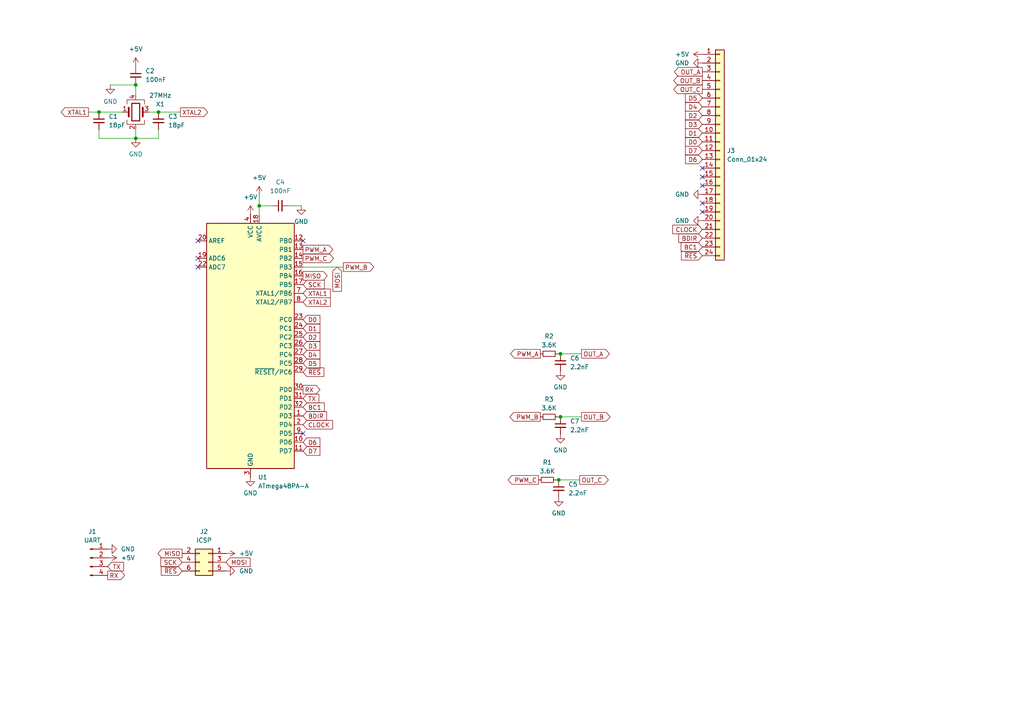
<source format=kicad_sch>
(kicad_sch (version 20230121) (generator eeschema)
  (paper "A4")
  (lib_symbols
    (symbol "Connector:Conn_01x04_Pin" (pin_names (offset 1.016) hide)
      (property "Reference" "J" (at 0 5.08 0))
      (property "Value" "Conn_01x04_Pin" (at 0 -7.62 0))
      (symbol "Conn_01x04_Pin_1_1"
        (polyline (pts (xy 1.27 -5.08) (xy 0.8636 -5.08)) (stroke (width 0.1524)))
        (polyline (pts (xy 1.27 -2.54) (xy 0.8636 -2.54)) (stroke (width 0.1524)))
        (polyline (pts (xy 1.27 0) (xy 0.8636 0)) (stroke (width 0.1524)))
        (polyline (pts (xy 1.27 2.54) (xy 0.8636 2.54)) (stroke (width 0.1524)))
        (rectangle (start 0.8636 -4.953) (end 0 -5.207) (stroke (width 0.1524)) (fill (type outline)))
        (rectangle (start 0.8636 -2.413) (end 0 -2.667) (stroke (width 0.1524)) (fill (type outline)))
        (rectangle (start 0.8636 0.127) (end 0 -0.127) (stroke (width 0.1524)) (fill (type outline)))
        (rectangle (start 0.8636 2.667) (end 0 2.413) (stroke (width 0.1524)) (fill (type outline)))
        (pin passive line (at 5.08 2.54 180) (length 3.81) (name "Pin_1") (number "1"))
        (pin passive line (at 5.08 0 180) (length 3.81) (name "Pin_2") (number "2"))
        (pin passive line (at 5.08 -2.54 180) (length 3.81) (name "Pin_3") (number "3"))
        (pin passive line (at 5.08 -5.08 180) (length 3.81) (name "Pin_4") (number "4"))
      )
    )
    (symbol "Connector_Generic:Conn_01x24" (pin_names (offset 1.016) hide)
      (property "Reference" "J" (at 0 30.48 0))
      (property "Value" "Conn_01x24" (at 0 -33.02 0))
      (symbol "Conn_01x24_1_1"
        (rectangle (start -1.27 -30.353) (end 0 -30.607) (stroke (width 0.1524)))
        (rectangle (start -1.27 -27.813) (end 0 -28.067) (stroke (width 0.1524)))
        (rectangle (start -1.27 -25.273) (end 0 -25.527) (stroke (width 0.1524)))
        (rectangle (start -1.27 -22.733) (end 0 -22.987) (stroke (width 0.1524)))
        (rectangle (start -1.27 -20.193) (end 0 -20.447) (stroke (width 0.1524)))
        (rectangle (start -1.27 -17.653) (end 0 -17.907) (stroke (width 0.1524)))
        (rectangle (start -1.27 -15.113) (end 0 -15.367) (stroke (width 0.1524)))
        (rectangle (start -1.27 -12.573) (end 0 -12.827) (stroke (width 0.1524)))
        (rectangle (start -1.27 -10.033) (end 0 -10.287) (stroke (width 0.1524)))
        (rectangle (start -1.27 -7.493) (end 0 -7.747) (stroke (width 0.1524)))
        (rectangle (start -1.27 -4.953) (end 0 -5.207) (stroke (width 0.1524)))
        (rectangle (start -1.27 -2.413) (end 0 -2.667) (stroke (width 0.1524)))
        (rectangle (start -1.27 0.127) (end 0 -0.127) (stroke (width 0.1524)))
        (rectangle (start -1.27 2.667) (end 0 2.413) (stroke (width 0.1524)))
        (rectangle (start -1.27 5.207) (end 0 4.953) (stroke (width 0.1524)))
        (rectangle (start -1.27 7.747) (end 0 7.493) (stroke (width 0.1524)))
        (rectangle (start -1.27 10.287) (end 0 10.033) (stroke (width 0.1524)))
        (rectangle (start -1.27 12.827) (end 0 12.573) (stroke (width 0.1524)))
        (rectangle (start -1.27 15.367) (end 0 15.113) (stroke (width 0.1524)))
        (rectangle (start -1.27 17.907) (end 0 17.653) (stroke (width 0.1524)))
        (rectangle (start -1.27 20.447) (end 0 20.193) (stroke (width 0.1524)))
        (rectangle (start -1.27 22.987) (end 0 22.733) (stroke (width 0.1524)))
        (rectangle (start -1.27 25.527) (end 0 25.273) (stroke (width 0.1524)))
        (rectangle (start -1.27 28.067) (end 0 27.813) (stroke (width 0.1524)))
        (rectangle (start -1.27 29.21) (end 1.27 -31.75) (stroke (width 0.254)) (fill (type background)))
        (pin passive line (at -5.08 27.94 0) (length 3.81) (name "Pin_1") (number "1"))
        (pin passive line (at -5.08 5.08 0) (length 3.81) (name "Pin_10") (number "10"))
        (pin passive line (at -5.08 2.54 0) (length 3.81) (name "Pin_11") (number "11"))
        (pin passive line (at -5.08 0 0) (length 3.81) (name "Pin_12") (number "12"))
        (pin passive line (at -5.08 -2.54 0) (length 3.81) (name "Pin_13") (number "13"))
        (pin passive line (at -5.08 -5.08 0) (length 3.81) (name "Pin_14") (number "14"))
        (pin passive line (at -5.08 -7.62 0) (length 3.81) (name "Pin_15") (number "15"))
        (pin passive line (at -5.08 -10.16 0) (length 3.81) (name "Pin_16") (number "16"))
        (pin passive line (at -5.08 -12.7 0) (length 3.81) (name "Pin_17") (number "17"))
        (pin passive line (at -5.08 -15.24 0) (length 3.81) (name "Pin_18") (number "18"))
        (pin passive line (at -5.08 -17.78 0) (length 3.81) (name "Pin_19") (number "19"))
        (pin passive line (at -5.08 25.4 0) (length 3.81) (name "Pin_2") (number "2"))
        (pin passive line (at -5.08 -20.32 0) (length 3.81) (name "Pin_20") (number "20"))
        (pin passive line (at -5.08 -22.86 0) (length 3.81) (name "Pin_21") (number "21"))
        (pin passive line (at -5.08 -25.4 0) (length 3.81) (name "Pin_22") (number "22"))
        (pin passive line (at -5.08 -27.94 0) (length 3.81) (name "Pin_23") (number "23"))
        (pin passive line (at -5.08 -30.48 0) (length 3.81) (name "Pin_24") (number "24"))
        (pin passive line (at -5.08 22.86 0) (length 3.81) (name "Pin_3") (number "3"))
        (pin passive line (at -5.08 20.32 0) (length 3.81) (name "Pin_4") (number "4"))
        (pin passive line (at -5.08 17.78 0) (length 3.81) (name "Pin_5") (number "5"))
        (pin passive line (at -5.08 15.24 0) (length 3.81) (name "Pin_6") (number "6"))
        (pin passive line (at -5.08 12.7 0) (length 3.81) (name "Pin_7") (number "7"))
        (pin passive line (at -5.08 10.16 0) (length 3.81) (name "Pin_8") (number "8"))
        (pin passive line (at -5.08 7.62 0) (length 3.81) (name "Pin_9") (number "9"))
      )
    )
    (symbol "Connector_Generic:Conn_02x03_Odd_Even" (pin_names (offset 1.016) hide)
      (property "Reference" "J" (at 1.27 5.08 0))
      (property "Value" "Conn_02x03_Odd_Even" (at 1.27 -5.08 0))
      (symbol "Conn_02x03_Odd_Even_1_1"
        (rectangle (start -1.27 -2.413) (end 0 -2.667) (stroke (width 0.1524)))
        (rectangle (start -1.27 0.127) (end 0 -0.127) (stroke (width 0.1524)))
        (rectangle (start -1.27 2.667) (end 0 2.413) (stroke (width 0.1524)))
        (rectangle (start -1.27 3.81) (end 3.81 -3.81) (stroke (width 0.254)) (fill (type background)))
        (rectangle (start 3.81 -2.413) (end 2.54 -2.667) (stroke (width 0.1524)))
        (rectangle (start 3.81 0.127) (end 2.54 -0.127) (stroke (width 0.1524)))
        (rectangle (start 3.81 2.667) (end 2.54 2.413) (stroke (width 0.1524)))
        (pin passive line (at -5.08 2.54 0) (length 3.81) (name "Pin_1") (number "1"))
        (pin passive line (at 7.62 2.54 180) (length 3.81) (name "Pin_2") (number "2"))
        (pin passive line (at -5.08 0 0) (length 3.81) (name "Pin_3") (number "3"))
        (pin passive line (at 7.62 0 180) (length 3.81) (name "Pin_4") (number "4"))
        (pin passive line (at -5.08 -2.54 0) (length 3.81) (name "Pin_5") (number "5"))
        (pin passive line (at 7.62 -2.54 180) (length 3.81) (name "Pin_6") (number "6"))
      )
    )
    (symbol "Device:C_Small" (pin_numbers hide) (pin_names (offset 0.254) hide)
      (property "Reference" "C" (at 0.254 1.778 0))
      (property "Value" "C_Small" (at 0.254 -2.032 0))
      (symbol "C_Small_0_1"
        (polyline (pts (xy -1.524 -0.508) (xy 1.524 -0.508)) (stroke (width 0.3302)))
        (polyline (pts (xy -1.524 0.508) (xy 1.524 0.508)) (stroke (width 0.3048)))
      )
      (symbol "C_Small_1_1"
        (pin passive line (at 0 2.54 270) (length 2.032) (name "~") (number "1"))
        (pin passive line (at 0 -2.54 90) (length 2.032) (name "~") (number "2"))
      )
    )
    (symbol "Device:Crystal_GND24" (pin_names (offset 1.016) hide)
      (property "Reference" "Y" (at 3.175 5.08 0))
      (property "Value" "Crystal_GND24" (at 3.175 3.175 0))
      (symbol "Crystal_GND24_0_1"
        (rectangle (start -1.143 2.54) (end 1.143 -2.54) (stroke (width 0.3048)))
        (polyline (pts (xy -2.54 0) (xy -2.032 0)))
        (polyline (pts (xy -2.032 -1.27) (xy -2.032 1.27)) (stroke (width 0.508)))
        (polyline (pts (xy 0 -3.81) (xy 0 -3.556)))
        (polyline (pts (xy 0 3.556) (xy 0 3.81)))
        (polyline (pts (xy 2.032 -1.27) (xy 2.032 1.27)) (stroke (width 0.508)))
        (polyline (pts (xy 2.032 0) (xy 2.54 0)))
        (polyline (pts (xy -2.54 -2.286) (xy -2.54 -3.556) (xy 2.54 -3.556) (xy 2.54 -2.286)))
        (polyline (pts (xy -2.54 2.286) (xy -2.54 3.556) (xy 2.54 3.556) (xy 2.54 2.286)))
      )
      (symbol "Crystal_GND24_1_1"
        (pin passive line (at -3.81 0 0) (length 1.27) (name "1") (number "1"))
        (pin passive line (at 0 5.08 270) (length 1.27) (name "2") (number "2"))
        (pin passive line (at 3.81 0 180) (length 1.27) (name "3") (number "3"))
        (pin passive line (at 0 -5.08 90) (length 1.27) (name "4") (number "4"))
      )
    )
    (symbol "Device:R_Small" (pin_numbers hide) (pin_names (offset 0.254) hide)
      (property "Reference" "R" (at 0.762 0.508 0))
      (property "Value" "R_Small" (at 0.762 -1.016 0))
      (symbol "R_Small_0_1"
        (rectangle (start -0.762 1.778) (end 0.762 -1.778) (stroke (width 0.2032)))
      )
      (symbol "R_Small_1_1"
        (pin passive line (at 0 2.54 270) (length 0.762) (name "~") (number "1"))
        (pin passive line (at 0 -2.54 90) (length 0.762) (name "~") (number "2"))
      )
    )
    (symbol "MCU_Microchip_ATmega:ATmega48PA-A"
      (property "Reference" "U" (at -12.7 36.83 0))
      (property "Value" "ATmega48PA-A" (at 2.54 -36.83 0))
      (symbol "ATmega48PA-A_0_1"
        (rectangle (start -12.7 -35.56) (end 12.7 35.56) (stroke (width 0.254)) (fill (type background)))
      )
      (symbol "ATmega48PA-A_1_1"
        (pin bidirectional line (at 15.24 -20.32 180) (length 2.54) (name "PD3") (number "1"))
        (pin bidirectional line (at 15.24 -27.94 180) (length 2.54) (name "PD6") (number "10"))
        (pin bidirectional line (at 15.24 -30.48 180) (length 2.54) (name "PD7") (number "11"))
        (pin bidirectional line (at 15.24 30.48 180) (length 2.54) (name "PB0") (number "12"))
        (pin bidirectional line (at 15.24 27.94 180) (length 2.54) (name "PB1") (number "13"))
        (pin bidirectional line (at 15.24 25.4 180) (length 2.54) (name "PB2") (number "14"))
        (pin bidirectional line (at 15.24 22.86 180) (length 2.54) (name "PB3") (number "15"))
        (pin bidirectional line (at 15.24 20.32 180) (length 2.54) (name "PB4") (number "16"))
        (pin bidirectional line (at 15.24 17.78 180) (length 2.54) (name "PB5") (number "17"))
        (pin power_in line (at 2.54 38.1 270) (length 2.54) (name "AVCC") (number "18"))
        (pin input line (at -15.24 25.4 0) (length 2.54) (name "ADC6") (number "19"))
        (pin bidirectional line (at 15.24 -22.86 180) (length 2.54) (name "PD4") (number "2"))
        (pin passive line (at -15.24 30.48 0) (length 2.54) (name "AREF") (number "20"))
        (pin passive line (at 0 -38.1 90) (length 2.54) hide (name "GND") (number "21"))
        (pin input line (at -15.24 22.86 0) (length 2.54) (name "ADC7") (number "22"))
        (pin bidirectional line (at 15.24 7.62 180) (length 2.54) (name "PC0") (number "23"))
        (pin bidirectional line (at 15.24 5.08 180) (length 2.54) (name "PC1") (number "24"))
        (pin bidirectional line (at 15.24 2.54 180) (length 2.54) (name "PC2") (number "25"))
        (pin bidirectional line (at 15.24 0 180) (length 2.54) (name "PC3") (number "26"))
        (pin bidirectional line (at 15.24 -2.54 180) (length 2.54) (name "PC4") (number "27"))
        (pin bidirectional line (at 15.24 -5.08 180) (length 2.54) (name "PC5") (number "28"))
        (pin bidirectional line (at 15.24 -7.62 180) (length 2.54) (name "~{RESET}/PC6") (number "29"))
        (pin power_in line (at 0 -38.1 90) (length 2.54) (name "GND") (number "3"))
        (pin bidirectional line (at 15.24 -12.7 180) (length 2.54) (name "PD0") (number "30"))
        (pin bidirectional line (at 15.24 -15.24 180) (length 2.54) (name "PD1") (number "31"))
        (pin bidirectional line (at 15.24 -17.78 180) (length 2.54) (name "PD2") (number "32"))
        (pin power_in line (at 0 38.1 270) (length 2.54) (name "VCC") (number "4"))
        (pin passive line (at 0 -38.1 90) (length 2.54) hide (name "GND") (number "5"))
        (pin passive line (at 0 38.1 270) (length 2.54) hide (name "VCC") (number "6"))
        (pin bidirectional line (at 15.24 15.24 180) (length 2.54) (name "XTAL1/PB6") (number "7"))
        (pin bidirectional line (at 15.24 12.7 180) (length 2.54) (name "XTAL2/PB7") (number "8"))
        (pin bidirectional line (at 15.24 -25.4 180) (length 2.54) (name "PD5") (number "9"))
      )
    )
    (symbol "power:+5V" (power) (pin_names (offset 0))
      (property "Value" "+5V" (at 0 3.556 0))
      (symbol "+5V_0_1"
        (polyline (pts (xy -0.762 1.27) (xy 0 2.54)))
        (polyline (pts (xy 0 0) (xy 0 2.54)))
        (polyline (pts (xy 0 2.54) (xy 0.762 1.27)))
      )
      (symbol "+5V_1_1"
        (pin power_in line (at 0 0 90) (length 0) hide (name "+5V") (number "1"))
      )
    )
    (symbol "power:GND" (power) (pin_names (offset 0))
      (property "Value" "GND" (at 0 -3.81 0))
      (symbol "GND_0_1"
        (polyline (pts (xy 0 0) (xy 0 -1.27) (xy 1.27 -1.27) (xy 0 -2.54) (xy -1.27 -1.27) (xy 0 -1.27)))
      )
      (symbol "GND_1_1"
        (pin power_in line (at 0 0 270) (length 0) hide (name "GND") (number "1"))
      )
    )
  )
  (junction (at 162.052 139.192))
  (junction (at 39.37 40.132))
  (junction (at 162.56 120.904))
  (junction (at 162.56 102.616))
  (junction (at 39.37 24.638))
  (junction (at 45.974 32.512))
  (junction (at 28.702 32.512))
  (junction (at 75.184 59.69))
  (no_connect (at 57.404 77.47))
  (no_connect (at 87.884 125.73))
  (no_connect (at 203.708 48.768))
  (no_connect (at 203.708 61.468))
  (no_connect (at 57.404 74.93))
  (no_connect (at 203.708 51.308))
  (no_connect (at 87.884 69.85))
  (no_connect (at 203.708 58.928))
  (no_connect (at 57.404 69.85))
  (no_connect (at 203.708 53.848))
  (wire (pts (xy 161.798 120.904) (xy 162.56 120.904)))
  (wire (pts (xy 39.37 37.592) (xy 39.37 40.132)))
  (wire (pts (xy 52.3187 32.512) (xy 52.3187 32.537)))
  (wire (pts (xy 162.052 139.192) (xy 168.148 139.192)))
  (wire (pts (xy 28.702 40.132) (xy 28.702 37.592)))
  (wire (pts (xy 87.884 77.47) (xy 99.568 77.47)))
  (wire (pts (xy 43.18 32.512) (xy 45.974 32.512)))
  (wire (pts (xy 39.37 24.638) (xy 39.37 27.432)))
  (wire (pts (xy 162.56 120.904) (xy 168.656 120.904)))
  (wire (pts (xy 28.702 32.512) (xy 35.56 32.512)))
  (wire (pts (xy 161.798 102.616) (xy 162.56 102.616)))
  (wire (pts (xy 25.654 32.512) (xy 28.702 32.512)))
  (wire (pts (xy 75.184 59.69) (xy 78.74 59.69)))
  (wire (pts (xy 45.974 40.132) (xy 39.37 40.132)))
  (wire (pts (xy 162.56 102.616) (xy 168.656 102.616)))
  (wire (pts (xy 83.82 59.69) (xy 87.376 59.69)))
  (wire (pts (xy 39.37 40.132) (xy 28.702 40.132)))
  (wire (pts (xy 161.29 139.192) (xy 162.052 139.192)))
  (wire (pts (xy 39.37 24.384) (xy 39.37 24.638)))
  (wire (pts (xy 75.184 56.642) (xy 75.184 59.69)))
  (wire (pts (xy 45.974 37.592) (xy 45.974 40.132)))
  (wire (pts (xy 75.184 59.69) (xy 75.184 62.23)))
  (wire (pts (xy 32.004 24.638) (xy 39.37 24.638)))
  (wire (pts (xy 45.974 32.512) (xy 52.3187 32.512)))
  (global_label "PWM_C" (shape output) (at 87.884 74.93 0) (property "Intersheetrefs" "${INTERSHEET_REFS}" (effects hide)))
  (global_label "SCK" (shape input) (at 52.832 163.068 180) (property "Intersheetrefs" "${INTERSHEET_REFS}" (effects hide)))
  (global_label "BDIR" (shape input) (at 203.708 69.088 180) (property "Intersheetrefs" "${INTERSHEET_REFS}" (effects hide)))
  (global_label "RX" (shape output) (at 31.242 166.878 0) (property "Intersheetrefs" "${INTERSHEET_REFS}" (effects hide)))
  (global_label "D4" (shape input) (at 203.708 30.988 180) (property "Intersheetrefs" "${INTERSHEET_REFS}" (effects hide)))
  (global_label "PWM_C" (shape output) (at 156.21 139.192 180) (property "Intersheetrefs" "${INTERSHEET_REFS}" (effects hide)))
  (global_label "RX" (shape output) (at 87.884 113.03 0) (property "Intersheetrefs" "${INTERSHEET_REFS}" (effects hide)))
  (global_label "MOSI" (shape input) (at 97.79 77.47 270) (property "Intersheetrefs" "${INTERSHEET_REFS}" (effects hide)))
  (global_label "BDIR" (shape input) (at 87.884 120.65 0) (property "Intersheetrefs" "${INTERSHEET_REFS}" (effects hide)))
  (global_label "D0" (shape input) (at 203.708 41.148 180) (property "Intersheetrefs" "${INTERSHEET_REFS}" (effects hide)))
  (global_label "D3" (shape input) (at 87.884 100.33 0) (property "Intersheetrefs" "${INTERSHEET_REFS}" (effects hide)))
  (global_label "BC1" (shape input) (at 203.708 71.628 180) (property "Intersheetrefs" "${INTERSHEET_REFS}" (effects hide)))
  (global_label "BC1" (shape input) (at 87.884 118.11 0) (property "Intersheetrefs" "${INTERSHEET_REFS}" (effects hide)))
  (global_label "SCK" (shape input) (at 87.884 82.55 0) (property "Intersheetrefs" "${INTERSHEET_REFS}" (effects hide)))
  (global_label "XTAL2" (shape output) (at 52.3187 32.537 0) (property "Intersheetrefs" "${INTERSHEET_REFS}" (effects hide)))
  (global_label "~{RES}" (shape input) (at 52.832 165.608 180) (property "Intersheetrefs" "${INTERSHEET_REFS}" (effects hide)))
  (global_label "D7" (shape input) (at 203.708 43.688 180) (property "Intersheetrefs" "${INTERSHEET_REFS}" (effects hide)))
  (global_label "D3" (shape input) (at 203.708 36.068 180) (property "Intersheetrefs" "${INTERSHEET_REFS}" (effects hide)))
  (global_label "XTAL1" (shape output) (at 25.6633 32.512 180) (property "Intersheetrefs" "${INTERSHEET_REFS}" (effects hide)))
  (global_label "MISO" (shape output) (at 52.832 160.528 180) (property "Intersheetrefs" "${INTERSHEET_REFS}" (effects hide)))
  (global_label "PWM_A" (shape output) (at 156.718 102.616 180) (property "Intersheetrefs" "${INTERSHEET_REFS}" (effects hide)))
  (global_label "D0" (shape input) (at 87.884 92.71 0) (property "Intersheetrefs" "${INTERSHEET_REFS}" (effects hide)))
  (global_label "~{RES}" (shape input) (at 203.708 74.168 180) (property "Intersheetrefs" "${INTERSHEET_REFS}" (effects hide)))
  (global_label "PWM_B" (shape output) (at 99.568 77.47 0) (property "Intersheetrefs" "${INTERSHEET_REFS}" (effects hide)))
  (global_label "TX" (shape input) (at 31.242 164.338 0) (property "Intersheetrefs" "${INTERSHEET_REFS}" (effects hide)))
  (global_label "D6" (shape input) (at 203.708 46.228 180) (property "Intersheetrefs" "${INTERSHEET_REFS}" (effects hide)))
  (global_label "PWM_B" (shape output) (at 156.718 120.904 180) (property "Intersheetrefs" "${INTERSHEET_REFS}" (effects hide)))
  (global_label "D5" (shape input) (at 203.708 28.448 180) (property "Intersheetrefs" "${INTERSHEET_REFS}" (effects hide)))
  (global_label "D1" (shape input) (at 203.708 38.608 180) (property "Intersheetrefs" "${INTERSHEET_REFS}" (effects hide)))
  (global_label "D7" (shape input) (at 87.884 130.81 0) (property "Intersheetrefs" "${INTERSHEET_REFS}" (effects hide)))
  (global_label "~{RES}" (shape input) (at 87.884 107.95 0) (property "Intersheetrefs" "${INTERSHEET_REFS}" (effects hide)))
  (global_label "PWM_A" (shape output) (at 87.884 72.39 0) (property "Intersheetrefs" "${INTERSHEET_REFS}" (effects hide)))
  (global_label "MISO" (shape output) (at 87.884 80.01 0) (property "Intersheetrefs" "${INTERSHEET_REFS}" (effects hide)))
  (global_label "OUT_A" (shape output) (at 203.708 20.828 180) (property "Intersheetrefs" "${INTERSHEET_REFS}" (effects hide)))
  (global_label "TX" (shape input) (at 87.884 115.57 0) (property "Intersheetrefs" "${INTERSHEET_REFS}" (effects hide)))
  (global_label "CLOCK" (shape input) (at 203.708 66.548 180) (property "Intersheetrefs" "${INTERSHEET_REFS}" (effects hide)))
  (global_label "D2" (shape input) (at 203.708 33.528 180) (property "Intersheetrefs" "${INTERSHEET_REFS}" (effects hide)))
  (global_label "OUT_B" (shape output) (at 203.708 23.368 180) (property "Intersheetrefs" "${INTERSHEET_REFS}" (effects hide)))
  (global_label "OUT_A" (shape output) (at 168.656 102.616 0) (property "Intersheetrefs" "${INTERSHEET_REFS}" (effects hide)))
  (global_label "D5" (shape input) (at 87.884 105.41 0) (property "Intersheetrefs" "${INTERSHEET_REFS}" (effects hide)))
  (global_label "OUT_B" (shape output) (at 168.656 120.904 0) (property "Intersheetrefs" "${INTERSHEET_REFS}" (effects hide)))
  (global_label "OUT_C" (shape output) (at 168.148 139.192 0) (property "Intersheetrefs" "${INTERSHEET_REFS}" (effects hide)))
  (global_label "XTAL2" (shape input) (at 87.884 87.63 0) (property "Intersheetrefs" "${INTERSHEET_REFS}" (effects hide)))
  (global_label "XTAL1" (shape input) (at 87.884 85.09 0) (property "Intersheetrefs" "${INTERSHEET_REFS}" (effects hide)))
  (global_label "D6" (shape input) (at 87.884 128.27 0) (property "Intersheetrefs" "${INTERSHEET_REFS}" (effects hide)))
  (global_label "D4" (shape input) (at 87.884 102.87 0) (property "Intersheetrefs" "${INTERSHEET_REFS}" (effects hide)))
  (global_label "OUT_C" (shape output) (at 203.708 25.908 180) (property "Intersheetrefs" "${INTERSHEET_REFS}" (effects hide)))
  (global_label "D1" (shape input) (at 87.884 95.25 0) (property "Intersheetrefs" "${INTERSHEET_REFS}" (effects hide)))
  (global_label "CLOCK" (shape input) (at 87.884 123.19 0) (property "Intersheetrefs" "${INTERSHEET_REFS}" (effects hide)))
  (global_label "MOSI" (shape input) (at 65.532 163.068 0) (property "Intersheetrefs" "${INTERSHEET_REFS}" (effects hide)))
  (global_label "D2" (shape input) (at 87.884 97.79 0) (property "Intersheetrefs" "${INTERSHEET_REFS}" (effects hide)))
  (symbol (lib_id "power:+5V") (at 39.37 19.304 0) (unit 1)
    (property "Reference" "#PWR04" (effects hide))
    (property "Value" "+5V" (at 39.37 14.224 0))
  )
  (symbol (lib_id "Connector_Generic:Conn_01x24") (at 208.788 43.688 0) (unit 1)
    (property "Reference" "J3" (at 210.82 43.688 0) (effects (justify left)))
    (property "Value" "Conn_01x24" (at 210.82 46.228 0) (effects (justify left)))
    (property "Footprint" "AY-Plugin:AY-QTHT" (effects hide))
  )
  (symbol (lib_id "power:+5V") (at 75.184 56.642 0) (unit 1)
    (property "Reference" "#PWR012" (effects hide))
    (property "Value" "+5V" (at 75.184 51.562 0))
  )
  (symbol (lib_id "power:GND") (at 39.37 40.132 0) (unit 1)
    (property "Reference" "#PWR05" (effects hide))
    (property "Value" "GND" (at 39.37 44.704 0))
  )
  (symbol (lib_id "power:+5V") (at 72.644 62.23 0) (unit 1)
    (property "Reference" "#PWR08" (effects hide))
    (property "Value" "+5V" (at 72.644 57.15 0))
  )
  (symbol (lib_id "power:GND") (at 203.708 56.388 270) (unit 1)
    (property "Reference" "#PWR015" (effects hide))
    (property "Value" "GND" (at 199.898 56.388 90) (effects (justify right)))
  )
  (symbol (lib_id "Device:C_Small") (at 162.56 105.156 0) (unit 1)
    (property "Reference" "C6" (at 165.354 103.8923 0) (effects (justify left)))
    (property "Value" "2.2nF" (at 165.354 106.4323 0) (effects (justify left)))
    (property "Footprint" "Capacitor_SMD:C_0603_1608Metric_Pad1.08x0.95mm_HandSolder" (effects hide))
  )
  (symbol (lib_id "power:GND") (at 87.376 59.69 0) (unit 1)
    (property "Reference" "#PWR013" (effects hide))
    (property "Value" "GND" (at 87.376 64.262 0))
  )
  (symbol (lib_id "Device:C_Small") (at 81.28 59.69 90) (unit 1)
    (property "Reference" "C4" (at 81.2863 52.832 90))
    (property "Value" "100nF" (at 81.2863 55.372 90))
    (property "Footprint" "Capacitor_SMD:C_0805_2012Metric_Pad1.18x1.45mm_HandSolder" (effects hide))
  )
  (symbol (lib_id "power:+5V") (at 65.532 160.528 270) (unit 1)
    (property "Reference" "#PWR06" (effects hide))
    (property "Value" "+5V" (at 69.342 160.528 90) (effects (justify left)))
  )
  (symbol (lib_id "power:GND") (at 203.708 18.288 270) (unit 1)
    (property "Reference" "#PWR014" (effects hide))
    (property "Value" "GND" (at 199.898 18.288 90) (effects (justify right)))
  )
  (symbol (lib_id "power:GND") (at 65.532 165.608 90) (unit 1)
    (property "Reference" "#PWR07" (effects hide))
    (property "Value" "GND" (at 69.342 165.608 90) (effects (justify right)))
  )
  (symbol (lib_id "power:GND") (at 162.56 125.984 0) (unit 1)
    (property "Reference" "#PWR018" (effects hide))
    (property "Value" "GND" (at 162.56 130.556 0))
  )
  (symbol (lib_id "Device:Crystal_GND24") (at 39.37 32.512 0) (mirror x) (unit 1)
    (property "Reference" "X1" (at 46.482 30.226 0))
    (property "Value" "27MHz" (at 46.482 27.686 0))
    (property "Footprint" "Crystal:Crystal_SMD_3225-4Pin_3.2x2.5mm_HandSoldering" (effects hide))
  )
  (symbol (lib_id "Device:C_Small") (at 45.974 35.052 0) (unit 1)
    (property "Reference" "C3" (at 48.768 33.7883 0) (effects (justify left)))
    (property "Value" "18pF" (at 48.768 36.3283 0) (effects (justify left)))
    (property "Footprint" "Capacitor_SMD:C_0805_2012Metric_Pad1.18x1.45mm_HandSolder" (effects hide))
  )
  (symbol (lib_id "Device:R_Small") (at 159.258 120.904 90) (unit 1)
    (property "Reference" "R3" (at 159.258 115.824 90))
    (property "Value" "3.6K" (at 159.258 118.364 90))
    (property "Footprint" "Resistor_SMD:R_0603_1608Metric_Pad0.98x0.95mm_HandSolder" (effects hide))
  )
  (symbol (lib_id "power:GND") (at 31.242 159.258 90) (unit 1)
    (property "Reference" "#PWR01" (effects hide))
    (property "Value" "GND" (at 35.052 159.258 90) (effects (justify right)))
  )
  (symbol (lib_id "power:GND") (at 162.052 144.272 0) (unit 1)
    (property "Reference" "#PWR016" (effects hide))
    (property "Value" "GND" (at 162.052 148.844 0))
  )
  (symbol (lib_id "Connector:Conn_01x04_Pin") (at 26.162 161.798 0) (unit 1)
    (property "Reference" "J1" (at 26.797 154.178 0))
    (property "Value" "UART" (at 26.797 156.718 0))
    (property "Footprint" "Connector_PinHeader_1.27mm:PinHeader_1x04_P1.27mm_Vertical" (effects hide))
  )
  (symbol (lib_id "power:GND") (at 162.56 107.696 0) (unit 1)
    (property "Reference" "#PWR017" (effects hide))
    (property "Value" "GND" (at 162.56 112.268 0))
  )
  (symbol (lib_id "power:+5V") (at 203.708 15.748 90) (unit 1)
    (property "Reference" "#PWR010" (effects hide))
    (property "Value" "+5V" (at 199.898 15.748 90) (effects (justify left)))
  )
  (symbol (lib_id "Device:C_Small") (at 162.56 123.444 0) (unit 1)
    (property "Reference" "C7" (at 165.354 122.1803 0) (effects (justify left)))
    (property "Value" "2.2nF" (at 165.354 124.7203 0) (effects (justify left)))
    (property "Footprint" "Capacitor_SMD:C_0603_1608Metric_Pad1.08x0.95mm_HandSolder" (effects hide))
  )
  (symbol (lib_id "power:GND") (at 72.644 138.43 0) (unit 1)
    (property "Reference" "#PWR09" (effects hide))
    (property "Value" "GND" (at 72.644 143.002 0))
  )
  (symbol (lib_id "Device:R_Small") (at 159.258 102.616 90) (unit 1)
    (property "Reference" "R2" (at 159.258 97.536 90))
    (property "Value" "3.6K" (at 159.258 100.076 90))
    (property "Footprint" "Resistor_SMD:R_0603_1608Metric_Pad0.98x0.95mm_HandSolder" (effects hide))
  )
  (symbol (lib_id "Device:C_Small") (at 28.702 35.052 0) (unit 1)
    (property "Reference" "C1" (at 31.496 33.7883 0) (effects (justify left)))
    (property "Value" "18pF" (at 31.496 36.3283 0) (effects (justify left)))
    (property "Footprint" "Capacitor_SMD:C_0805_2012Metric_Pad1.18x1.45mm_HandSolder" (effects hide))
  )
  (symbol (lib_id "power:+5V") (at 31.242 161.798 270) (unit 1)
    (property "Reference" "#PWR02" (effects hide))
    (property "Value" "+5V" (at 35.052 161.798 90) (effects (justify left)))
  )
  (symbol (lib_id "Connector_Generic:Conn_02x03_Odd_Even") (at 60.452 163.068 0) (mirror y) (unit 1)
    (property "Reference" "J2" (at 59.182 154.178 0))
    (property "Value" "ICSP" (at 59.182 156.718 0))
    (property "Footprint" "Connector_PinHeader_1.27mm:PinHeader_2x03_P1.27mm_Vertical" (effects hide))
  )
  (symbol (lib_id "Device:C_Small") (at 162.052 141.732 0) (unit 1)
    (property "Reference" "C5" (at 164.846 140.4683 0) (effects (justify left)))
    (property "Value" "2.2nF" (at 164.846 143.0083 0) (effects (justify left)))
    (property "Footprint" "Capacitor_SMD:C_0603_1608Metric_Pad1.08x0.95mm_HandSolder" (effects hide))
  )
  (symbol (lib_id "Device:C_Small") (at 39.37 21.844 0) (unit 1)
    (property "Reference" "C2" (at 42.164 20.5803 0) (effects (justify left)))
    (property "Value" "100nF" (at 42.164 23.1203 0) (effects (justify left)))
    (property "Footprint" "Capacitor_SMD:C_0805_2012Metric_Pad1.18x1.45mm_HandSolder" (effects hide))
  )
  (symbol (lib_id "power:GND") (at 203.708 64.008 270) (unit 1)
    (property "Reference" "#PWR011" (effects hide))
    (property "Value" "GND" (at 199.898 64.008 90) (effects (justify right)))
  )
  (symbol (lib_id "power:GND") (at 32.004 24.638 0) (unit 1)
    (property "Reference" "#PWR03" (effects hide))
    (property "Value" "GND" (at 32.004 29.464 0))
  )
  (symbol (lib_id "Device:R_Small") (at 158.75 139.192 90) (unit 1)
    (property "Reference" "R1" (at 158.75 134.112 90))
    (property "Value" "3.6K" (at 158.75 136.652 90))
    (property "Footprint" "Resistor_SMD:R_0603_1608Metric_Pad0.98x0.95mm_HandSolder" (effects hide))
  )
  (symbol (lib_id "MCU_Microchip_ATmega:ATmega48PA-A") (at 72.644 100.33 0) (unit 1)
    (property "Reference" "U1" (at 74.8381 138.43 0) (effects (justify left)))
    (property "Value" "ATmega48PA-A" (at 74.8381 140.97 0) (effects (justify left)))
    (property "Footprint" "Package_QFP:TQFP-32_7x7mm_P0.8mm" (effects hide))
    (property "Datasheet" "http://ww1.microchip.com/downloads/en/DeviceDoc/ATmega48PA_88PA_168PA-Data-Sheet-40002011A.pdf" (effects hide))
  )
)
</source>
